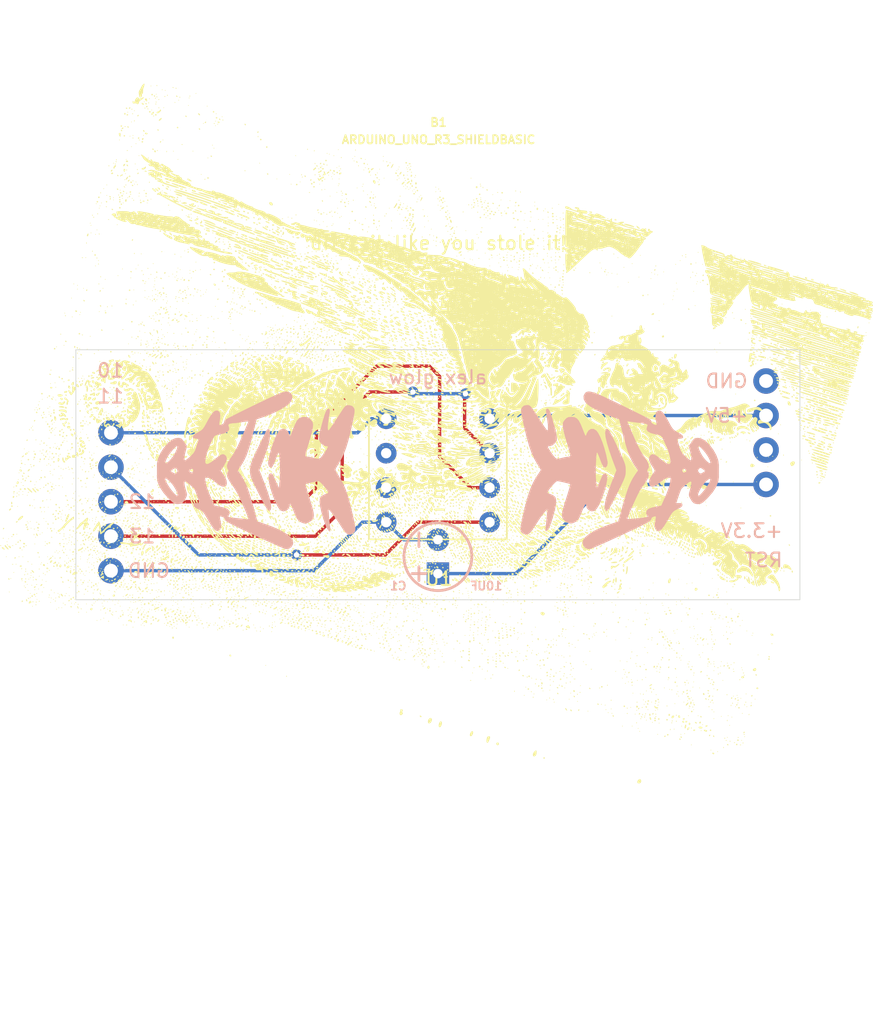
<source format=kicad_pcb>
(kicad_pcb (version 20171130) (host pcbnew "(5.1.5-0-10_14)")
  (layers (0 F.Cu signal) (31 B.Cu signal) (34 B.Paste user) (35 F.Paste user) (36 B.SilkS user) (37 F.SilkS user) (38 B.Mask user) (39 F.Mask user) (44 Edge.Cuts user))
  (net 0 "")
  (net 1 "Net-(B1-Pad5V)")
  (net 2 "Net-(B1-PadD10)")
  (net 3 "Net-(B1-PadD11)")
  (net 4 "Net-(B1-PadD12)")
  (net 5 "Net-(B1-PadD13)")
  (net 6 "Net-(B1-PadGND@)")
  (net 7 "Net-(U1-Pad2)")
  (net 8 "Net-(U1-Pad3)")
  (net 9 "Net-(B1-PadRES)")
  (module ATtiny-prog:ATtiny85-DIP (layer F.Cu) (at 133.35 91.44)
    (fp_text reference U1 (at 0.0762 7.98322) (layer F.SilkS))
    (fp_text value ATtiny85-DIP)
    (fp_text user "i'm tiny!" (at 0 0 90) (layer F.SilkS))
    (pad 1 thru_hole circle (at -3.81 -3.81) (size 1.524 1.524) (drill 0.762) (layers *.Cu *.Mask) (net 2 "Net-(B1-PadD10)"))
    (pad 2 thru_hole circle (at -3.81 -1.27) (size 1.524 1.524) (drill 0.762) (layers *.Cu *.Mask) (net 7 "Net-(U1-Pad2)"))
    (pad 3 thru_hole circle (at -3.81 1.27) (size 1.524 1.524) (drill 0.762) (layers *.Cu *.Mask) (net 8 "Net-(U1-Pad3)"))
    (pad 4 thru_hole circle (at -3.81 3.81) (size 1.524 1.524) (drill 0.762) (layers *.Cu *.Mask) (net 6 "Net-(B1-PadGND@)"))
    (pad 8 thru_hole circle (at 3.81 -3.81) (size 1.524 1.524) (drill 0.762) (layers *.Cu *.Mask) (net 1 "Net-(B1-Pad5V)"))
    (pad 7 thru_hole circle (at 3.81 -1.27) (size 1.524 1.524) (drill 0.762) (layers *.Cu *.Mask) (net 5 "Net-(B1-PadD13)"))
    (pad 6 thru_hole circle (at 3.81 1.27) (size 1.524 1.524) (drill 0.762) (layers *.Cu *.Mask) (net 4 "Net-(B1-PadD12)"))
    (pad 5 thru_hole circle (at 3.81 3.81) (size 1.524 1.524) (drill 0.762) (layers *.Cu *.Mask) (net 3 "Net-(B1-PadD11)"))
  )
  (module ATtiny-prog:ger460block (layer F.Cu) (at 133.223 89.154)
    (fp_text reference G*** hide)
    (fp_text value LOGO hide)
  )
  (module ATtiny-prog:atRsm (layer B.Cu) (at 146.685 91.44)
    (fp_text reference " " hide)
    (fp_text value " " hide)
  )
  (module ATtiny-prog:atLsm (layer B.Cu) (at 120.015 91.44)
    (fp_text reference " " hide)
    (fp_text value " " hide)
  )
  (module ATtiny-prog:UNO_ATTINY_SHIELD (layer F.Cu) (at 133.395721 87.393781)
    (fp_text reference B1 (at 0 -21.59) (layer F.SilkS) (effects (font (size 0.6096 0.6096) (thickness 0.127))))
    (fp_text value ARDUINO_UNO_R3_SHIELDBASIC (at 0 -20.32) (layer F.SilkS) (effects (font (size 0.6096 0.6096) (thickness 0.127))))
    (fp_text user GND (at 21.2217 -2.54 -180) (layer B.SilkS) (effects (font (size 1.016 1.016) (thickness 0.1524)) (justify mirror)))
    (fp_text user +5V (at 21.2217 0 -180) (layer B.SilkS) (effects (font (size 1.016 1.016) (thickness 0.1524)) (justify mirror)))
    (fp_text user RST (at 23.957279 10.650219 -180) (layer B.SilkS) (effects (font (size 1.016 1.016) (thickness 0.1524)) (justify mirror)))
    (fp_text user +3.3V (at 23.068279 8.491219 -180) (layer B.SilkS) (effects (font (size 1.016 1.016) (thickness 0.1524)) (justify mirror)))
    (fp_text user GND (at -21.336 11.43) (layer B.SilkS) (effects (font (size 1.016 1.016) (thickness 0.1524)) (justify mirror)))
    (fp_text user 13 (at -21.844 8.89) (layer B.SilkS) (effects (font (size 1.016 1.016) (thickness 0.1524)) (justify mirror)))
    (fp_text user 12 (at -21.844 6.35) (layer B.SilkS) (effects (font (size 1.016 1.016) (thickness 0.1524)) (justify mirror)))
    (fp_text user 11 (at -24.175721 -1.414781) (layer B.SilkS) (effects (font (size 1.016 1.016) (thickness 0.1524)) (justify mirror)))
    (fp_text user 10 (at -24.175721 -3.319781) (layer B.SilkS) (effects (font (size 1.016 1.016) (thickness 0.1524)) (justify mirror)))
    (fp_text user "drive it like you stole it!" (at 0 -12.7) (layer F.SilkS))
    (pad 3.3V thru_hole circle (at 24.13 2.54) (size 1.8796 1.8796) (drill 1.016) (layers *.Cu *.Mask))
    (pad 5V thru_hole circle (at 24.13 0) (size 1.8796 1.8796) (drill 1.016) (layers *.Cu *.Mask) (net 1 "Net-(B1-Pad5V)"))
    (pad D10 thru_hole circle (at -24.13 1.27) (size 1.8796 1.8796) (drill 1.016) (layers *.Cu *.Mask) (net 2 "Net-(B1-PadD10)"))
    (pad D11 thru_hole circle (at -24.13 3.81) (size 1.8796 1.8796) (drill 1.016) (layers *.Cu *.Mask) (net 3 "Net-(B1-PadD11)"))
    (pad D12 thru_hole circle (at -24.13 6.35) (size 1.8796 1.8796) (drill 1.016) (layers *.Cu *.Mask) (net 4 "Net-(B1-PadD12)"))
    (pad D13 thru_hole circle (at -24.13 8.89) (size 1.8796 1.8796) (drill 1.016) (layers *.Cu *.Mask) (net 5 "Net-(B1-PadD13)"))
    (pad GND@ thru_hole circle (at 24.13 -2.54) (size 1.8796 1.8796) (drill 1.016) (layers *.Cu *.Mask) (net 6 "Net-(B1-PadGND@)"))
    (pad GND@ thru_hole circle (at -24.13 11.43) (size 1.8796 1.8796) (drill 1.016) (layers *.Cu *.Mask) (net 6 "Net-(B1-PadGND@)"))
    (pad RES thru_hole circle (at 24.13 5.08) (size 1.8796 1.8796) (drill 1.016) (layers *.Cu *.Mask) (net 9 "Net-(B1-PadRES)"))
  )
  (module Capacitors:CPOL-RADIAL-2.5MM-5MM (layer B.Cu) (at 133.35 97.79 270)
    (fp_text reference C1 (at 2.159 2.921 180) (layer B.SilkS) (effects (font (size 0.6096 0.6096) (thickness 0.127)) (justify mirror)))
    (fp_text value 10UF (at 2.159 -3.556 180) (layer B.SilkS) (effects (font (size 0.6096 0.6096) (thickness 0.127)) (justify mirror)))
    (pad 1 thru_hole rect (at 1.24968 0 270) (size 1.651 1.651) (drill 0.6985) (layers *.Cu *.Mask) (net 9 "Net-(B1-PadRES)"))
    (pad 2 thru_hole circle (at -1.24968 0 270) (size 1.651 1.651) (drill 0.6985) (layers *.Cu *.Mask) (net 6 "Net-(B1-PadGND@)"))
  )
  (gr_text "alex glow" (at 133.35 84.582) (layer B.SilkS) (effects (font (size 1 1)) (justify mirror)))
  (gr_line (start 160.02 100.965) (end 160.02 82.55) (layer Edge.Cuts) (width 0.05))
  (gr_line (start 106.68 100.965) (end 160.02 100.965) (layer Edge.Cuts) (width 0.05))
  (gr_line (start 106.68 82.55) (end 106.68 100.965) (layer Edge.Cuts) (width 0.05))
  (gr_line (start 160.02 82.55) (end 106.68 82.55) (layer Edge.Cuts) (width 0.05))
  (segment (start 137.396219 87.393781) (end 137.16 87.63) (width 0.25) (layer B.Cu) (net 1))
  (segment (start 157.525721 87.393781) (end 137.396219 87.393781) (width 0.25) (layer B.Cu) (net 1))
  (segment (start 128.46237 87.63) (end 127.428589 88.663781) (width 0.25) (layer B.Cu) (net 2))
  (segment (start 127.428589 88.663781) (end 109.265721 88.663781) (width 0.25) (layer B.Cu) (net 2))
  (segment (start 129.54 87.63) (end 128.46237 87.63) (width 0.25) (layer B.Cu) (net 2))
  (segment (start 137.16 95.25) (end 131.8895 95.25) (width 0.25) (layer F.Cu) (net 3))
  (segment (start 131.8895 95.25) (end 129.4765 97.663) (width 0.25) (layer F.Cu) (net 3))
  (via (at 122.936 97.663) (size 0.8) (drill 0.4) (layers F.Cu B.Cu) (net 3))
  (segment (start 127.69709 97.663) (end 122.936 97.663) (width 0.25) (layer F.Cu) (net 3))
  (segment (start 129.4765 97.663) (end 127.69709 97.663) (width 0.25) (layer F.Cu) (net 3))
  (segment (start 115.72494 97.663) (end 109.265721 91.203781) (width 0.25) (layer B.Cu) (net 3))
  (segment (start 122.936 97.663) (end 115.72494 97.663) (width 0.25) (layer B.Cu) (net 3))
  (segment (start 137.16 92.71) (end 135.763 92.71) (width 0.25) (layer F.Cu) (net 4))
  (segment (start 135.763 92.71) (end 133.477 90.424) (width 0.25) (layer F.Cu) (net 4))
  (segment (start 133.477 90.424) (end 133.477 84.5185) (width 0.25) (layer F.Cu) (net 4))
  (segment (start 133.477 84.5185) (end 132.715 83.7565) (width 0.25) (layer F.Cu) (net 4))
  (segment (start 132.715 83.7565) (end 128.8415 83.7565) (width 0.25) (layer F.Cu) (net 4))
  (segment (start 128.8415 83.7565) (end 124.3965 88.2015) (width 0.25) (layer F.Cu) (net 4))
  (segment (start 124.3965 88.2015) (end 124.3965 92.71) (width 0.25) (layer F.Cu) (net 4))
  (segment (start 123.362719 93.743781) (end 109.265721 93.743781) (width 0.25) (layer F.Cu) (net 4))
  (segment (start 124.3965 92.71) (end 123.362719 93.743781) (width 0.25) (layer F.Cu) (net 4))
  (segment (start 137.16 90.17) (end 135.3185 88.3285) (width 0.25) (layer F.Cu) (net 5))
  (via (at 135.382 85.7885) (size 0.8) (drill 0.4) (layers F.Cu B.Cu) (net 5))
  (segment (start 135.3185 85.852) (end 135.382 85.7885) (width 0.25) (layer F.Cu) (net 5))
  (segment (start 135.3185 88.3285) (end 135.3185 85.852) (width 0.25) (layer F.Cu) (net 5))
  (via (at 131.5085 85.6615) (size 0.8) (drill 0.4) (layers F.Cu B.Cu) (net 5))
  (segment (start 131.6355 85.7885) (end 131.5085 85.6615) (width 0.25) (layer B.Cu) (net 5))
  (segment (start 135.382 85.7885) (end 131.6355 85.7885) (width 0.25) (layer B.Cu) (net 5))
  (segment (start 131.5085 85.6615) (end 128.3335 85.6615) (width 0.25) (layer F.Cu) (net 5))
  (segment (start 128.3335 85.6615) (end 126.3015 87.6935) (width 0.25) (layer F.Cu) (net 5))
  (segment (start 126.3015 87.6935) (end 126.3015 94.2975) (width 0.25) (layer F.Cu) (net 5))
  (segment (start 124.315219 96.283781) (end 109.265721 96.283781) (width 0.25) (layer F.Cu) (net 5))
  (segment (start 126.3015 94.2975) (end 124.315219 96.283781) (width 0.25) (layer F.Cu) (net 5))
  (segment (start 129.56032 95.25) (end 129.54 95.25) (width 0.25) (layer B.Cu) (net 6))
  (segment (start 124.223781 98.823781) (end 127.797562 95.25) (width 0.25) (layer B.Cu) (net 6))
  (segment (start 127.797562 95.25) (end 129.54 95.25) (width 0.25) (layer B.Cu) (net 6))
  (segment (start 109.265721 98.823781) (end 124.223781 98.823781) (width 0.25) (layer B.Cu) (net 6))
  (segment (start 130.83032 96.54032) (end 129.54 95.25) (width 0.25) (layer B.Cu) (net 6))
  (segment (start 133.35 96.54032) (end 130.83032 96.54032) (width 0.25) (layer B.Cu) (net 6))
  (segment (start 139.08532 99.03968) (end 145.651219 92.473781) (width 0.25) (layer B.Cu) (net 9))
  (segment (start 145.651219 92.473781) (end 157.525721 92.473781) (width 0.25) (layer B.Cu) (net 9))
  (segment (start 133.35 99.03968) (end 139.08532 99.03968) (width 0.25) (layer B.Cu) (net 9))
)
</source>
